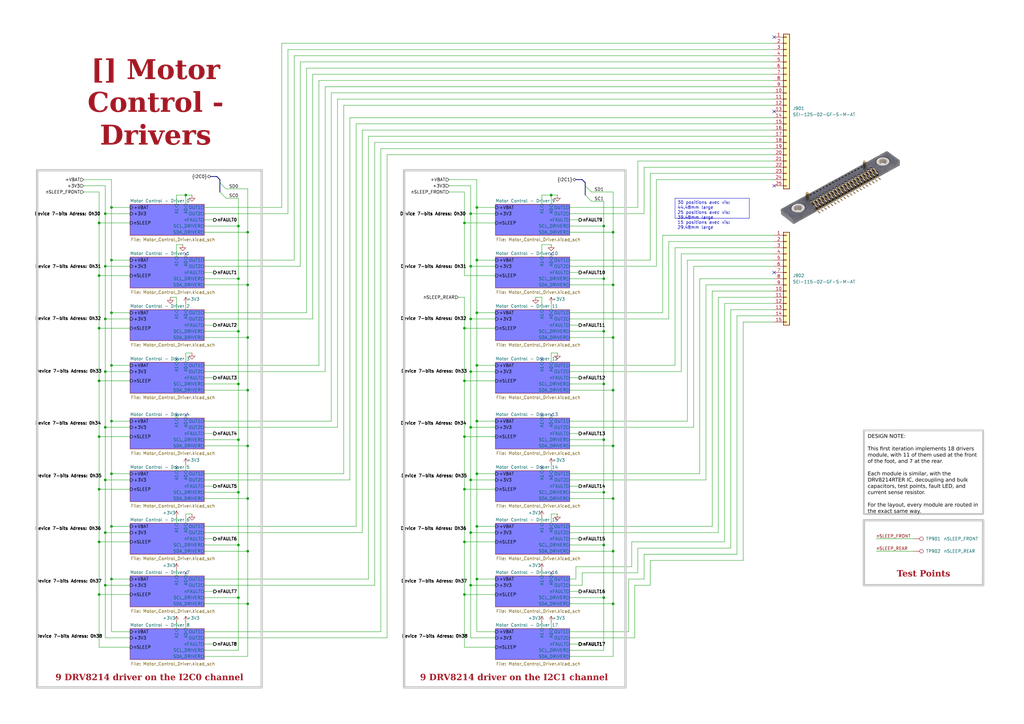
<source format=kicad_sch>
(kicad_sch (version 20250114) (generator "eeschema") (generator_version "9.0")
  (paper "A3")
  (title_block (title "Motor Control - Drivers") (date "2025-02-16") (rev "${REVISION}") (company "${COMPANY}"))
  (bus_alias "I2C0" (members "SD0" "SC0"))
  (bus_alias "I2C1" (members "SD1" "SC1"))
  (rectangle (start 354.33 213.36) (end 403.225 240.03) (stroke (width 1) (color 200 200 200 1)))
  (rectangle (start 15.24 69.85) (end 107.315 281.94) (stroke (width 1) (color 200 200 200 1)))
  (rectangle (start 165.735 69.85) (end 256.54 281.94) (stroke (width 1) (color 200 200 200 1)))
  (text "Device 7-bits Adress: 0h31" (at 177.8 109.474 0) (effects (font (size 1.27 1.27) (thickness 0.254) (bold yes))))
  (text "Device 7-bits Adress: 0h30" (at 177.546 87.884 0) (effects (font (size 1.27 1.27) (thickness 0.254) (bold yes))))
  (text "Device 7-bits Adress: 0h38" (at 178.308 261.112 0) (effects (font (size 1.27 1.27) (thickness 0.254) (bold yes))))
  (text "Device 7-bits Adress: 0h31" (at 27.94 109.474 0) (effects (font (size 1.27 1.27) (thickness 0.254) (bold yes))))
  (text "Device 7-bits Adress: 0h37" (at 178.054 238.506 0) (effects (font (size 1.27 1.27) (thickness 0.254) (bold yes))))
  (text "Device 7-bits Adress: 0h32" (at 27.94 130.81 0) (effects (font (size 1.27 1.27) (thickness 0.254) (bold yes))))
  (text "Device 7-bits Adress: 0h38" (at 28.448 261.112 0) (effects (font (size 1.27 1.27) (thickness 0.254) (bold yes))))
  (text "Device 7-bits Adress: 0h37" (at 28.194 238.506 0) (effects (font (size 1.27 1.27) (thickness 0.254) (bold yes))))
  (text "Device 7-bits Adress: 0h34" (at 27.94 173.736 0) (effects (font (size 1.27 1.27) (thickness 0.254) (bold yes))))
  (text "Device 7-bits Adress: 0h32" (at 177.8 130.81 0) (effects (font (size 1.27 1.27) (thickness 0.254) (bold yes))))
  (text "Device 7-bits Adress: 0h30" (at 27.686 87.884 0) (effects (font (size 1.27 1.27) (thickness 0.254) (bold yes))))
  (text "Device 7-bits Adress: 0h33" (at 178.054 152.4 0) (effects (font (size 1.27 1.27) (thickness 0.254) (bold yes))))
  (text "Device 7-bits Adress: 0h34" (at 177.8 173.736 0) (effects (font (size 1.27 1.27) (thickness 0.254) (bold yes))))
  (text "Device 7-bits Adress: 0h36" (at 177.8 216.916 0) (effects (font (size 1.27 1.27) (thickness 0.254) (bold yes))))
  (text "Device 7-bits Adress: 0h35" (at 28.194 195.326 0) (effects (font (size 1.27 1.27) (thickness 0.254) (bold yes))))
  (text "Device 7-bits Adress: 0h35" (at 178.054 195.326 0) (effects (font (size 1.27 1.27) (thickness 0.254) (bold yes))))
  (text "Device 7-bits Adress: 0h33" (at 28.194 152.4 0) (effects (font (size 1.27 1.27) (thickness 0.254) (bold yes))))
  (text "Device 7-bits Adress: 0h36" (at 27.94 216.916 0) (effects (font (size 1.27 1.27) (thickness 0.254) (bold yes))))
  (text_box "[${#}] ${TITLE}" (at 10.16 36.195 0) (size 107.315 12.7) (margins 5.9999 5.9999 5.9999 5.9999) (stroke (width -0.0001)) (effects (font (size 8 8) (thickness 1.2) (bold yes))))
  (text_box "9 DRV8214 driver on the I2C1 channel" (at 165.735 271.78 0) (size 90.17 9.525) (margins 1.9049 1.9049 1.9049 1.9049) (stroke (width -0.0001)) (effects (font (size 2.54 2.54) (thickness 0.508) (bold yes)) (justify bottom)))
  (text_box "30 positions avec vis: 44.48mm large\n25 positions avec vis: 39.48mm large\n15 positions avec vis: 29.48mm large" (at 276.86 81.28 0) (size 30.48 8.255) (margins 0.9525 0.9525 0.9525 0.9525) (effects (font (size 1.27 1.27)) (justify left top)))
  (text_box "Test Points" (at 354.965 229.87 0) (size 47.625 8.89) (margins 1.9049 1.9049 1.9049 1.9049) (stroke (width -0.0001)) (effects (font (size 2.54 2.54) (thickness 0.508) (bold yes)) (justify bottom)))
  (text_box "9 DRV8214 driver on the I2C0 channel" (at 15.875 271.78 0) (size 90.805 9.525) (margins 1.9049 1.9049 1.9049 1.9049) (stroke (width -0.0001)) (effects (font (size 2.54 2.54) (thickness 0.508) (bold yes)) (justify bottom)))
  (text_box "DESIGN NOTE:\n\nThis first iteration implements 18 drivers module, with 11 of them used at the front of the foot, and 7 at the rear.\n\nEach module is similar, with the DRV8214RTER IC, decoupling and bulk capacitors, test points, fault LED, and current sense resistor.\n\nFor the layout, every module are routed in the exact same way." (at 354.33 176.53 0) (size 48.895 34.29) (margins 1.543 1.543 1.543 1.543) (stroke (width 0.8) (color 200 200 200 1)) (effects (font (size 1.524 1.524)) (justify left top)))
  (junction (at 76.2 80.01))
  (junction (at 43.18 109.22))
  (junction (at 40.64 222.25))
  (junction (at 45.72 194.31))
  (junction (at 251.46 204.47))
  (junction (at 97.79 201.93))
  (junction (at 45.72 149.86))
  (junction (at 43.18 152.4))
  (junction (at 45.72 128.27))
  (junction (at 247.65 245.11))
  (junction (at 251.46 138.43))
  (junction (at 45.72 106.68))
  (junction (at 101.6 247.65))
  (junction (at 195.58 106.68))
  (junction (at 247.65 114.3))
  (junction (at 101.6 204.47))
  (junction (at 193.04 218.44))
  (junction (at 101.6 160.02))
  (junction (at 43.18 218.44))
  (junction (at 40.64 91.44))
  (junction (at 190.5 222.25))
  (junction (at 40.64 179.07))
  (junction (at 195.58 149.86))
  (junction (at 195.58 128.27))
  (junction (at 97.79 135.89))
  (junction (at 247.65 157.48))
  (junction (at 97.79 114.3))
  (junction (at 251.46 226.06))
  (junction (at 193.04 109.22))
  (junction (at 101.6 116.84))
  (junction (at 40.64 113.03))
  (junction (at 193.04 130.81))
  (junction (at 97.79 223.52))
  (junction (at 45.72 215.9))
  (junction (at 190.5 243.84))
  (junction (at 101.6 226.06))
  (junction (at 97.79 157.48))
  (junction (at 247.65 92.71))
  (junction (at 43.18 87.63))
  (junction (at 101.6 138.43))
  (junction (at 190.5 179.07))
  (junction (at 195.58 215.9))
  (junction (at 195.58 237.49))
  (junction (at 247.65 201.93))
  (junction (at 97.79 180.34))
  (junction (at 190.5 91.44))
  (junction (at 43.18 196.85))
  (junction (at 251.46 160.02))
  (junction (at 193.04 175.26))
  (junction (at 247.65 180.34))
  (junction (at 195.58 172.72))
  (junction (at 40.64 243.84))
  (junction (at 247.65 223.52))
  (junction (at 101.6 182.88))
  (junction (at 190.5 156.21))
  (junction (at 195.58 194.31))
  (junction (at 190.5 200.66))
  (junction (at 40.64 156.21))
  (junction (at 43.18 240.03))
  (junction (at 226.06 80.01))
  (junction (at 251.46 182.88))
  (junction (at 251.46 116.84))
  (junction (at 193.04 152.4))
  (junction (at 195.58 85.09))
  (junction (at 193.04 196.85))
  (junction (at 97.79 245.11))
  (junction (at 40.64 134.62))
  (junction (at 247.65 135.89))
  (junction (at 251.46 247.65))
  (junction (at 43.18 175.26))
  (junction (at 193.04 240.03))
  (junction (at 251.46 95.25))
  (junction (at 40.64 200.66))
  (junction (at 97.79 92.71))
  (junction (at 45.72 237.49))
  (junction (at 45.72 172.72))
  (junction (at 101.6 95.25))
  (junction (at 190.5 134.62))
  (junction (at 45.72 85.09))
  (junction (at 43.18 130.81))
  (junction (at 193.04 87.63))
  (no_connect (at 72.39 191.77))
  (no_connect (at 317.5 15.24))
  (no_connect (at 76.2 104.14))
  (no_connect (at 72.39 147.32))
  (no_connect (at 72.39 170.18))
  (no_connect (at 317.5 76.2))
  (no_connect (at 222.25 147.32))
  (no_connect (at 76.2 234.95))
  (no_connect (at 226.06 170.18))
  (no_connect (at 317.5 111.76))
  (no_connect (at 226.06 104.14))
  (no_connect (at 226.06 234.95))
  (no_connect (at 76.2 170.18))
  (no_connect (at 222.25 170.18))
  (no_connect (at 222.25 191.77))
  (no_connect (at 317.5 45.72))
  (bus_entry (at 242.57 78.74) (size -2.54 -2.54))
  (bus_entry (at 90.17 74.93) (size 2.54 2.54))
  (bus_entry (at 92.71 81.28) (size -2.54 -2.54))
  (bus_entry (at 242.57 82.55) (size -2.54 -2.54))
  (wire (pts (xy 233.68 226.06) (xy 251.46 226.06)))
  (bus (pts (xy 240.03 76.2) (xy 240.03 80.01)))
  (wire (pts (xy 233.68 245.11) (xy 247.65 245.11)))
  (wire (pts (xy 45.72 259.08) (xy 53.34 259.08)))
  (wire (pts (xy 222.25 170.18) (xy 222.25 171.45)))
  (wire (pts (xy 83.82 215.9) (xy 146.05 215.9)))
  (wire (pts (xy 279.4 104.14) (xy 279.4 152.4)))
  (wire (pts (xy 195.58 259.08) (xy 203.2 259.08)))
  (wire (pts (xy 72.39 255.27) (xy 72.39 257.81)))
  (wire (pts (xy 304.8 132.08) (xy 304.8 229.87)))
  (wire (pts (xy 233.68 223.52) (xy 247.65 223.52)))
  (wire (pts (xy 123.19 25.4) (xy 123.19 109.22)))
  (wire (pts (xy 133.35 35.56) (xy 133.35 152.4)))
  (wire (pts (xy 146.05 50.8) (xy 146.05 215.9)))
  (wire (pts (xy 233.68 182.88) (xy 251.46 182.88)))
  (wire (pts (xy 271.78 96.52) (xy 317.5 96.52)))
  (wire (pts (xy 83.82 109.22) (xy 123.19 109.22)))
  (wire (pts (xy 233.68 237.49) (xy 236.22 237.49)))
  (wire (pts (xy 45.72 106.68) (xy 53.34 106.68)))
  (wire (pts (xy 226.06 80.01) (xy 226.06 83.82)))
  (wire (pts (xy 233.68 264.16) (xy 237.49 264.16)))
  (wire (pts (xy 83.82 223.52) (xy 97.79 223.52)))
  (wire (pts (xy 297.18 124.46) (xy 297.18 222.25)))
  (wire (pts (xy 274.32 99.06) (xy 274.32 130.81)))
  (wire (pts (xy 158.75 63.5) (xy 317.5 63.5)))
  (wire (pts (xy 83.82 226.06) (xy 101.6 226.06)))
  (wire (pts (xy 233.68 128.27) (xy 271.78 128.27)))
  (wire (pts (xy 40.64 78.74) (xy 40.64 91.44)))
  (wire (pts (xy 128.27 30.48) (xy 128.27 130.81)))
  (wire (pts (xy 151.13 55.88) (xy 317.5 55.88)))
  (wire (pts (xy 233.68 220.98) (xy 237.49 220.98)))
  (wire (pts (xy 226.06 144.78) (xy 228.6 144.78)))
  (wire (pts (xy 40.64 134.62) (xy 53.34 134.62)))
  (wire (pts (xy 40.64 179.07) (xy 40.64 200.66)))
  (wire (pts (xy 40.64 91.44) (xy 40.64 113.03)))
  (wire (pts (xy 83.82 87.63) (xy 118.11 87.63)))
  (wire (pts (xy 195.58 149.86) (xy 203.2 149.86)))
  (wire (pts (xy 130.81 33.02) (xy 317.5 33.02)))
  (wire (pts (xy 222.25 100.33) (xy 222.25 105.41)))
  (wire (pts (xy 101.6 204.47) (xy 101.6 226.06)))
  (wire (pts (xy 193.04 130.81) (xy 193.04 152.4)))
  (wire (pts (xy 233.68 90.17) (xy 237.49 90.17)))
  (wire (pts (xy 115.57 17.78) (xy 317.5 17.78)))
  (wire (pts (xy 195.58 73.66) (xy 195.58 85.09)))
  (wire (pts (xy 83.82 220.98) (xy 87.63 220.98)))
  (wire (pts (xy 92.71 81.28) (xy 97.79 81.28)))
  (wire (pts (xy 292.1 119.38) (xy 317.5 119.38)))
  (wire (pts (xy 247.65 180.34) (xy 247.65 201.93)))
  (wire (pts (xy 193.04 130.81) (xy 203.2 130.81)))
  (wire (pts (xy 158.75 63.5) (xy 158.75 261.62)))
  (wire (pts (xy 76.2 210.82) (xy 78.74 210.82)))
  (wire (pts (xy 233.68 109.22) (xy 269.24 109.22)))
  (wire (pts (xy 233.68 87.63) (xy 264.16 87.63)))
  (wire (pts (xy 247.65 92.71) (xy 247.65 114.3)))
  (wire (pts (xy 260.35 240.03) (xy 266.7 240.03)))
  (wire (pts (xy 130.81 33.02) (xy 130.81 149.86)))
  (wire (pts (xy 125.73 27.94) (xy 317.5 27.94)))
  (wire (pts (xy 40.64 243.84) (xy 53.34 243.84)))
  (wire (pts (xy 222.25 80.01) (xy 222.25 83.82)))
  (wire (pts (xy 190.5 243.84) (xy 203.2 243.84)))
  (wire (pts (xy 187.96 121.92) (xy 190.5 121.92)))
  (wire (pts (xy 233.68 85.09) (xy 261.62 85.09)))
  (wire (pts (xy 222.25 121.92) (xy 222.25 127)))
  (wire (pts (xy 45.72 128.27) (xy 53.34 128.27)))
  (wire (pts (xy 97.79 114.3) (xy 97.79 135.89)))
  (wire (pts (xy 233.68 154.94) (xy 237.49 154.94)))
  (wire (pts (xy 226.06 210.82) (xy 228.6 210.82)))
  (wire (pts (xy 135.89 38.1) (xy 135.89 172.72)))
  (wire (pts (xy 101.6 182.88) (xy 101.6 204.47)))
  (wire (pts (xy 83.82 116.84) (xy 101.6 116.84)))
  (wire (pts (xy 43.18 175.26) (xy 53.34 175.26)))
  (wire (pts (xy 233.68 196.85) (xy 289.56 196.85)))
  (wire (pts (xy 222.25 212.09) (xy 222.25 214.63)))
  (wire (pts (xy 97.79 92.71) (xy 97.79 114.3)))
  (wire (pts (xy 193.04 109.22) (xy 193.04 130.81)))
  (wire (pts (xy 78.74 80.01) (xy 76.2 80.01)))
  (bus (pts (xy 90.17 73.66) (xy 88.9 72.39)))
  (wire (pts (xy 247.65 223.52) (xy 247.65 245.11)))
  (wire (pts (xy 226.06 234.95) (xy 226.06 236.22)))
  (wire (pts (xy 83.82 218.44) (xy 148.59 218.44)))
  (wire (pts (xy 261.62 66.04) (xy 261.62 85.09)))
  (wire (pts (xy 83.82 157.48) (xy 97.79 157.48)))
  (wire (pts (xy 72.39 80.01) (xy 76.2 80.01)))
  (wire (pts (xy 193.04 261.62) (xy 203.2 261.62)))
  (wire (pts (xy 43.18 196.85) (xy 43.18 218.44)))
  (wire (pts (xy 83.82 111.76) (xy 87.63 111.76)))
  (wire (pts (xy 120.65 22.86) (xy 120.65 106.68)))
  (wire (pts (xy 233.68 133.35) (xy 237.49 133.35)))
  (wire (pts (xy 193.04 152.4) (xy 193.04 175.26)))
  (wire (pts (xy 294.64 121.92) (xy 294.64 218.44)))
  (wire (pts (xy 233.68 180.34) (xy 247.65 180.34)))
  (wire (pts (xy 83.82 242.57) (xy 87.63 242.57)))
  (wire (pts (xy 226.06 144.78) (xy 226.06 148.59)))
  (wire (pts (xy 193.04 218.44) (xy 203.2 218.44)))
  (wire (pts (xy 118.11 20.32) (xy 118.11 87.63)))
  (wire (pts (xy 193.04 240.03) (xy 203.2 240.03)))
  (wire (pts (xy 233.68 149.86) (xy 276.86 149.86)))
  (wire (pts (xy 83.82 196.85) (xy 143.51 196.85)))
  (wire (pts (xy 45.72 237.49) (xy 45.72 259.08)))
  (wire (pts (xy 40.64 243.84) (xy 40.64 265.43)))
  (wire (pts (xy 195.58 106.68) (xy 195.58 128.27)))
  (wire (pts (xy 251.46 226.06) (xy 251.46 247.65)))
  (wire (pts (xy 146.05 50.8) (xy 317.5 50.8)))
  (wire (pts (xy 83.82 269.24) (xy 101.6 269.24)))
  (wire (pts (xy 233.68 247.65) (xy 251.46 247.65)))
  (wire (pts (xy 45.72 215.9) (xy 53.34 215.9)))
  (wire (pts (xy 190.5 179.07) (xy 203.2 179.07)))
  (wire (pts (xy 43.18 130.81) (xy 43.18 152.4)))
  (wire (pts (xy 233.68 259.08) (xy 257.81 259.08)))
  (wire (pts (xy 190.5 113.03) (xy 203.2 113.03)))
  (wire (pts (xy 233.68 106.68) (xy 266.7 106.68)))
  (wire (pts (xy 233.68 92.71) (xy 247.65 92.71)))
  (wire (pts (xy 281.94 106.68) (xy 317.5 106.68)))
  (wire (pts (xy 40.64 179.07) (xy 53.34 179.07)))
  (wire (pts (xy 222.25 121.92) (xy 219.71 121.92)))
  (wire (pts (xy 304.8 132.08) (xy 317.5 132.08)))
  (wire (pts (xy 123.19 25.4) (xy 317.5 25.4)))
  (wire (pts (xy 247.65 114.3) (xy 247.65 135.89)))
  (wire (pts (xy 195.58 85.09) (xy 195.58 106.68)))
  (wire (pts (xy 259.08 222.25) (xy 259.08 232.41)))
  (wire (pts (xy 45.72 106.68) (xy 45.72 128.27)))
  (wire (pts (xy 259.08 222.25) (xy 297.18 222.25)))
  (wire (pts (xy 40.64 134.62) (xy 40.64 156.21)))
  (wire (pts (xy 43.18 152.4) (xy 43.18 175.26)))
  (wire (pts (xy 251.46 182.88) (xy 251.46 204.47)))
  (wire (pts (xy 233.68 269.24) (xy 251.46 269.24)))
  (wire (pts (xy 302.26 129.54) (xy 302.26 227.33)))
  (wire (pts (xy 238.76 234.95) (xy 238.76 240.03)))
  (wire (pts (xy 257.81 237.49) (xy 264.16 237.49)))
  (wire (pts (xy 101.6 247.65) (xy 101.6 269.24)))
  (wire (pts (xy 193.04 196.85) (xy 193.04 218.44)))
  (wire (pts (xy 287.02 114.3) (xy 317.5 114.3)))
  (wire (pts (xy 190.5 156.21) (xy 203.2 156.21)))
  (wire (pts (xy 83.82 149.86) (xy 130.81 149.86)))
  (wire (pts (xy 233.68 111.76) (xy 237.49 111.76)))
  (wire (pts (xy 233.68 204.47) (xy 251.46 204.47)))
  (wire (pts (xy 45.72 237.49) (xy 53.34 237.49)))
  (wire (pts (xy 43.18 218.44) (xy 53.34 218.44)))
  (wire (pts (xy 193.04 218.44) (xy 193.04 240.03)))
  (wire (pts (xy 97.79 135.89) (xy 97.79 157.48)))
  (wire (pts (xy 193.04 196.85) (xy 203.2 196.85)))
  (wire (pts (xy 195.58 215.9) (xy 195.58 237.49)))
  (wire (pts (xy 83.82 180.34) (xy 97.79 180.34)))
  (wire (pts (xy 193.04 152.4) (xy 203.2 152.4)))
  (wire (pts (xy 269.24 73.66) (xy 317.5 73.66)))
  (wire (pts (xy 40.64 265.43) (xy 53.34 265.43)))
  (wire (pts (xy 226.06 190.5) (xy 226.06 193.04)))
  (wire (pts (xy 238.76 234.95) (xy 261.62 234.95)))
  (wire (pts (xy 76.2 210.82) (xy 76.2 214.63)))
  (wire (pts (xy 135.89 38.1) (xy 317.5 38.1)))
  (wire (pts (xy 97.79 223.52) (xy 97.79 245.11)))
  (wire (pts (xy 261.62 224.79) (xy 299.72 224.79)))
  (wire (pts (xy 83.82 172.72) (xy 135.89 172.72)))
  (wire (pts (xy 193.04 87.63) (xy 203.2 87.63)))
  (wire (pts (xy 247.65 82.55) (xy 247.65 92.71)))
  (wire (pts (xy 101.6 95.25) (xy 101.6 116.84)))
  (wire (pts (xy 299.72 127) (xy 299.72 224.79)))
  (wire (pts (xy 195.58 237.49) (xy 195.58 259.08)))
  (wire (pts (xy 359.41 220.98) (xy 374.65 220.98)))
  (wire (pts (xy 264.16 68.58) (xy 264.16 87.63)))
  (wire (pts (xy 284.48 109.22) (xy 284.48 175.26)))
  (wire (pts (xy 83.82 259.08) (xy 156.21 259.08)))
  (wire (pts (xy 226.06 170.18) (xy 226.06 171.45)))
  (wire (pts (xy 195.58 215.9) (xy 203.2 215.9)))
  (wire (pts (xy 190.5 243.84) (xy 190.5 265.43)))
  (wire (pts (xy 72.39 100.33) (xy 72.39 105.41)))
  (wire (pts (xy 233.68 95.25) (xy 251.46 95.25)))
  (wire (pts (xy 34.29 78.74) (xy 40.64 78.74)))
  (wire (pts (xy 251.46 204.47) (xy 251.46 226.06)))
  (wire (pts (xy 193.04 240.03) (xy 193.04 261.62)))
  (wire (pts (xy 72.39 233.68) (xy 72.39 236.22)))
  (wire (pts (xy 190.5 222.25) (xy 203.2 222.25)))
  (wire (pts (xy 83.82 154.94) (xy 87.63 154.94)))
  (wire (pts (xy 292.1 119.38) (xy 292.1 215.9)))
  (wire (pts (xy 247.65 201.93) (xy 247.65 223.52)))
  (wire (pts (xy 43.18 109.22) (xy 43.18 130.81)))
  (wire (pts (xy 83.82 138.43) (xy 101.6 138.43)))
  (wire (pts (xy 195.58 106.68) (xy 203.2 106.68)))
  (wire (pts (xy 43.18 152.4) (xy 53.34 152.4)))
  (wire (pts (xy 92.71 77.47) (xy 101.6 77.47)))
  (wire (pts (xy 83.82 152.4) (xy 133.35 152.4)))
  (wire (pts (xy 156.21 60.96) (xy 317.5 60.96)))
  (wire (pts (xy 264.16 227.33) (xy 264.16 237.49)))
  (wire (pts (xy 83.82 92.71) (xy 97.79 92.71)))
  (wire (pts (xy 125.73 27.94) (xy 125.73 128.27)))
  (wire (pts (xy 222.25 233.68) (xy 222.25 236.22)))
  (wire (pts (xy 233.68 199.39) (xy 237.49 199.39)))
  (wire (pts (xy 279.4 104.14) (xy 317.5 104.14)))
  (wire (pts (xy 45.72 149.86) (xy 53.34 149.86)))
  (wire (pts (xy 45.72 194.31) (xy 53.34 194.31)))
  (wire (pts (xy 266.7 71.12) (xy 266.7 106.68)))
  (wire (pts (xy 83.82 177.8) (xy 87.63 177.8)))
  (wire (pts (xy 257.81 237.49) (xy 257.81 259.08)))
  (wire (pts (xy 359.41 226.06) (xy 374.65 226.06)))
  (wire (pts (xy 233.68 261.62) (xy 260.35 261.62)))
  (wire (pts (xy 72.39 121.92) (xy 69.85 121.92)))
  (wire (pts (xy 76.2 144.78) (xy 78.74 144.78)))
  (wire (pts (xy 195.58 128.27) (xy 203.2 128.27)))
  (wire (pts (xy 195.58 237.49) (xy 203.2 237.49)))
  (wire (pts (xy 228.6 80.01) (xy 226.06 80.01)))
  (wire (pts (xy 195.58 172.72) (xy 195.58 194.31)))
  (wire (pts (xy 115.57 17.78) (xy 115.57 85.09)))
  (wire (pts (xy 242.57 82.55) (xy 247.65 82.55)))
  (wire (pts (xy 76.2 190.5) (xy 76.2 193.04)))
  (wire (pts (xy 233.68 160.02) (xy 251.46 160.02)))
  (wire (pts (xy 281.94 106.68) (xy 281.94 172.72)))
  (wire (pts (xy 261.62 224.79) (xy 261.62 234.95)))
  (wire (pts (xy 274.32 99.06) (xy 317.5 99.06)))
  (wire (pts (xy 43.18 109.22) (xy 53.34 109.22)))
  (wire (pts (xy 266.7 71.12) (xy 317.5 71.12)))
  (wire (pts (xy 190.5 222.25) (xy 190.5 243.84)))
  (wire (pts (xy 45.72 215.9) (xy 45.72 237.49)))
  (wire (pts (xy 40.64 91.44) (xy 53.34 91.44)))
  (wire (pts (xy 190.5 156.21) (xy 190.5 179.07)))
  (wire (pts (xy 45.72 194.31) (xy 45.72 215.9)))
  (wire (pts (xy 101.6 138.43) (xy 101.6 160.02)))
  (wire (pts (xy 251.46 95.25) (xy 251.46 116.84)))
  (wire (pts (xy 45.72 85.09) (xy 45.72 106.68)))
  (wire (pts (xy 222.25 80.01) (xy 226.06 80.01)))
  (wire (pts (xy 190.5 200.66) (xy 203.2 200.66)))
  (wire (pts (xy 128.27 30.48) (xy 317.5 30.48)))
  (wire (pts (xy 226.06 210.82) (xy 226.06 214.63)))
  (wire (pts (xy 153.67 58.42) (xy 153.67 240.03)))
  (wire (pts (xy 193.04 175.26) (xy 203.2 175.26)))
  (wire (pts (xy 83.82 201.93) (xy 97.79 201.93)))
  (wire (pts (xy 72.39 147.32) (xy 72.39 148.59)))
  (wire (pts (xy 40.64 222.25) (xy 53.34 222.25)))
  (wire (pts (xy 190.5 179.07) (xy 190.5 200.66)))
  (bus (pts (xy 240.03 74.93) (xy 240.03 76.2)))
  (wire (pts (xy 83.82 240.03) (xy 153.67 240.03)))
  (wire (pts (xy 45.72 172.72) (xy 53.34 172.72)))
  (wire (pts (xy 97.79 81.28) (xy 97.79 92.71)))
  (wire (pts (xy 233.68 175.26) (xy 284.48 175.26)))
  (wire (pts (xy 233.68 152.4) (xy 279.4 152.4)))
  (wire (pts (xy 101.6 226.06) (xy 101.6 247.65)))
  (wire (pts (xy 140.97 43.18) (xy 317.5 43.18)))
  (wire (pts (xy 222.25 147.32) (xy 222.25 148.59)))
  (wire (pts (xy 156.21 60.96) (xy 156.21 259.08)))
  (wire (pts (xy 43.18 175.26) (xy 43.18 196.85)))
  (bus (pts (xy 90.17 73.66) (xy 90.17 74.93)))
  (wire (pts (xy 190.5 91.44) (xy 190.5 113.03)))
  (wire (pts (xy 83.82 130.81) (xy 128.27 130.81)))
  (wire (pts (xy 222.25 255.27) (xy 222.25 257.81)))
  (wire (pts (xy 76.2 170.18) (xy 76.2 171.45)))
  (wire (pts (xy 195.58 149.86) (xy 195.58 172.72)))
  (wire (pts (xy 193.04 76.2) (xy 193.04 87.63)))
  (wire (pts (xy 226.06 104.14) (xy 226.06 105.41)))
  (wire (pts (xy 289.56 116.84) (xy 289.56 196.85)))
  (wire (pts (xy 261.62 66.04) (xy 317.5 66.04)))
  (wire (pts (xy 83.82 182.88) (xy 101.6 182.88)))
  (wire (pts (xy 148.59 53.34) (xy 148.59 218.44)))
  (wire (pts (xy 76.2 124.46) (xy 76.2 127)))
  (wire (pts (xy 184.15 78.74) (xy 190.5 78.74)))
  (wire (pts (xy 83.82 135.89) (xy 97.79 135.89)))
  (wire (pts (xy 195.58 194.31) (xy 203.2 194.31)))
  (wire (pts (xy 83.82 90.17) (xy 87.63 90.17)))
  (wire (pts (xy 233.68 114.3) (xy 247.65 114.3)))
  (wire (pts (xy 151.13 55.88) (xy 151.13 237.49)))
  (wire (pts (xy 299.72 127) (xy 317.5 127)))
  (wire (pts (xy 45.72 172.72) (xy 45.72 194.31)))
  (wire (pts (xy 118.11 20.32) (xy 317.5 20.32)))
  (wire (pts (xy 153.67 58.42) (xy 317.5 58.42)))
  (wire (pts (xy 271.78 96.52) (xy 271.78 128.27)))
  (wire (pts (xy 43.18 87.63) (xy 53.34 87.63)))
  (wire (pts (xy 233.68 116.84) (xy 251.46 116.84)))
  (bus (pts (xy 88.9 72.39) (xy 86.36 72.39)))
  (wire (pts (xy 83.82 85.09) (xy 115.57 85.09)))
  (wire (pts (xy 133.35 35.56) (xy 317.5 35.56)))
  (wire (pts (xy 83.82 261.62) (xy 158.75 261.62)))
  (wire (pts (xy 195.58 194.31) (xy 195.58 215.9)))
  (wire (pts (xy 190.5 78.74) (xy 190.5 91.44)))
  (wire (pts (xy 40.64 156.21) (xy 40.64 179.07)))
  (wire (pts (xy 83.82 245.11) (xy 97.79 245.11)))
  (wire (pts (xy 236.22 232.41) (xy 236.22 237.49)))
  (bus (pts (xy 240.03 74.93) (xy 238.76 73.66)))
  (wire (pts (xy 269.24 73.66) (xy 269.24 109.22)))
  (wire (pts (xy 233.68 177.8) (xy 237.49 177.8)))
  (wire (pts (xy 289.56 116.84) (xy 317.5 116.84)))
  (wire (pts (xy 276.86 101.6) (xy 276.86 149.86)))
  (wire (pts (xy 76.2 234.95) (xy 76.2 236.22)))
  (wire (pts (xy 266.7 229.87) (xy 266.7 240.03)))
  (wire (pts (xy 233.68 138.43) (xy 251.46 138.43)))
  (wire (pts (xy 97.79 201.93) (xy 97.79 223.52)))
  (wire (pts (xy 83.82 106.68) (xy 120.65 106.68)))
  (wire (pts (xy 190.5 265.43) (xy 203.2 265.43)))
  (wire (pts (xy 43.18 87.63) (xy 43.18 109.22)))
  (wire (pts (xy 83.82 237.49) (xy 151.13 237.49)))
  (wire (pts (xy 43.18 261.62) (xy 53.34 261.62)))
  (wire (pts (xy 34.29 73.66) (xy 45.72 73.66)))
  (wire (pts (xy 72.39 191.77) (xy 72.39 193.04)))
  (wire (pts (xy 40.64 113.03) (xy 40.64 134.62)))
  (wire (pts (xy 184.15 73.66) (xy 195.58 73.66)))
  (wire (pts (xy 193.04 87.63) (xy 193.04 109.22)))
  (wire (pts (xy 233.68 201.93) (xy 247.65 201.93)))
  (wire (pts (xy 190.5 200.66) (xy 190.5 222.25)))
  (wire (pts (xy 297.18 124.46) (xy 317.5 124.46)))
  (wire (pts (xy 40.64 156.21) (xy 53.34 156.21)))
  (wire (pts (xy 83.82 95.25) (xy 101.6 95.25)))
  (wire (pts (xy 76.2 255.27) (xy 76.2 257.81)))
  (wire (pts (xy 72.39 212.09) (xy 72.39 214.63)))
  (wire (pts (xy 195.58 172.72) (xy 203.2 172.72)))
  (wire (pts (xy 97.79 180.34) (xy 97.79 201.93)))
  (wire (pts (xy 233.68 240.03) (xy 238.76 240.03)))
  (wire (pts (xy 302.26 129.54) (xy 317.5 129.54)))
  (wire (pts (xy 43.18 218.44) (xy 43.18 240.03)))
  (wire (pts (xy 222.25 191.77) (xy 222.25 193.04)))
  (wire (pts (xy 184.15 76.2) (xy 193.04 76.2)))
  (bus (pts (xy 238.76 73.66) (xy 236.22 73.66)))
  (wire (pts (xy 190.5 134.62) (xy 203.2 134.62)))
  (wire (pts (xy 83.82 133.35) (xy 87.63 133.35)))
  (wire (pts (xy 45.72 73.66) (xy 45.72 85.09)))
  (wire (pts (xy 83.82 204.47) (xy 101.6 204.47)))
  (wire (pts (xy 294.64 121.92) (xy 317.5 121.92)))
  (wire (pts (xy 83.82 266.7) (xy 97.79 266.7)))
  (wire (pts (xy 83.82 194.31) (xy 140.97 194.31)))
  (wire (pts (xy 138.43 40.64) (xy 317.5 40.64)))
  (wire (pts (xy 76.2 104.14) (xy 76.2 105.41)))
  (wire (pts (xy 72.39 80.01) (xy 72.39 83.82)))
  (wire (pts (xy 251.46 138.43) (xy 251.46 160.02)))
  (wire (pts (xy 233.68 194.31) (xy 287.02 194.31)))
  (wire (pts (xy 97.79 157.48) (xy 97.79 180.34)))
  (wire (pts (xy 72.39 100.33) (xy 74.93 100.33)))
  (bus (pts (xy 90.17 74.93) (xy 90.17 78.74)))
  (wire (pts (xy 260.35 240.03) (xy 260.35 261.62)))
  (wire (pts (xy 190.5 134.62) (xy 190.5 156.21)))
  (wire (pts (xy 43.18 196.85) (xy 53.34 196.85)))
  (wire (pts (xy 233.68 215.9) (xy 292.1 215.9)))
  (wire (pts (xy 45.72 85.09) (xy 53.34 85.09)))
  (wire (pts (xy 83.82 160.02) (xy 101.6 160.02)))
  (wire (pts (xy 264.16 68.58) (xy 317.5 68.58)))
  (wire (pts (xy 233.68 266.7) (xy 247.65 266.7)))
  (wire (pts (xy 193.04 175.26) (xy 193.04 196.85)))
  (wire (pts (xy 193.04 109.22) (xy 203.2 109.22)))
  (wire (pts (xy 83.82 264.16) (xy 87.63 264.16)))
  (wire (pts (xy 34.29 76.2) (xy 43.18 76.2)))
  (wire (pts (xy 83.82 175.26) (xy 138.43 175.26)))
  (wire (pts (xy 76.2 80.01) (xy 76.2 83.82)))
  (wire (pts (xy 148.59 53.34) (xy 317.5 53.34)))
  (wire (pts (xy 97.79 245.11) (xy 97.79 266.7)))
  (wire (pts (xy 83.82 128.27) (xy 125.73 128.27)))
  (wire (pts (xy 233.68 242.57) (xy 237.49 242.57)))
  (wire (pts (xy 40.64 113.03) (xy 53.34 113.03)))
  (wire (pts (xy 236.22 232.41) (xy 259.08 232.41)))
  (wire (pts (xy 233.68 172.72) (xy 281.94 172.72)))
  (wire (pts (xy 247.65 157.48) (xy 247.65 180.34)))
  (wire (pts (xy 266.7 229.87) (xy 304.8 229.87)))
  (wire (pts (xy 251.46 78.74) (xy 251.46 95.25)))
  (wire (pts (xy 247.65 135.89) (xy 247.65 157.48)))
  (wire (pts (xy 195.58 128.27) (xy 195.58 149.86)))
  (wire (pts (xy 276.86 101.6) (xy 317.5 101.6)))
  (wire (pts (xy 40.64 222.25) (xy 40.64 243.84)))
  (wire (pts (xy 43.18 76.2) (xy 43.18 87.63)))
  (wire (pts (xy 45.72 128.27) (xy 45.72 149.86)))
  (wire (pts (xy 76.2 144.78) (xy 76.2 148.59)))
  (wire (pts (xy 45.72 149.86) (xy 45.72 172.72)))
  (wire (pts (xy 222.25 100.33) (xy 226.06 100.33)))
  (wire (pts (xy 233.68 130.81) (xy 274.32 130.81)))
  (wire (pts (xy 43.18 130.81) (xy 53.34 130.81)))
  (wire (pts (xy 190.5 91.44) (xy 203.2 91.44)))
  (wire (pts (xy 226.06 255.27) (xy 226.06 257.81)))
  (wire (pts (xy 247.65 245.11) (xy 247.65 266.7)))
  (wire (pts (xy 195.58 85.09) (xy 203.2 85.09)))
  (wire (pts (xy 40.64 200.66) (xy 53.34 200.66)))
  (wire (pts (xy 233.68 218.44) (xy 294.64 218.44)))
  (wire (pts (xy 101.6 160.02) (xy 101.6 182.88)))
  (wire (pts (xy 140.97 43.18) (xy 140.97 194.31)))
  (wire (pts (xy 190.5 121.92) (xy 190.5 134.62)))
  (wire (pts (xy 143.51 48.26) (xy 143.51 196.85)))
  (wire (pts (xy 101.6 77.47) (xy 101.6 95.25)))
  (wire (pts (xy 251.46 116.84) (xy 251.46 138.43)))
  (wire (pts (xy 251.46 160.02) (xy 251.46 182.88)))
  (wire (pts (xy 72.39 121.92) (xy 72.39 127)))
  (wire (pts (xy 251.46 247.65) (xy 251.46 269.24)))
  (wire (pts (xy 83.82 199.39) (xy 87.63 199.39)))
  (wire (pts (xy 43.18 240.03) (xy 43.18 261.62)))
  (wire (pts (xy 242.57 78.74) (xy 251.46 78.74)))
  (wire (pts (xy 43.18 240.03) (xy 53.34 240.03)))
  (wire (pts (xy 264.16 227.33) (xy 302.26 227.33)))
  (wire (pts (xy 287.02 114.3) (xy 287.02 194.31)))
  (wire (pts (xy 143.51 48.26) (xy 317.5 48.26)))
  (wire (pts (xy 83.82 247.65) (xy 101.6 247.65)))
  (wire (pts (xy 233.68 157.48) (xy 247.65 157.48)))
  (wire (pts (xy 72.39 170.18) (xy 72.39 171.45)))
  (wire (pts (xy 83.82 114.3) (xy 97.79 114.3)))
  (wire (pts (xy 233.68 135.89) (xy 247.65 135.89)))
  (wire (pts (xy 101.6 116.84) (xy 101.6 138.43)))
  (wire (pts (xy 138.43 40.64) (xy 138.43 175.26)))
  (wire (pts (xy 226.06 124.46) (xy 226.06 127)))
  (wire (pts (xy 120.65 22.86) (xy 317.5 22.86)))
  (wire (pts (xy 284.48 109.22) (xy 317.5 109.22)))
  (wire (pts (xy 40.64 200.66) (xy 40.64 222.25)))
  (image (at 345.44 76.835) (scale 0.197684))
  (label "SC0" (at 97.79 81.28 180))
  (label "SD0" (at 97.79 77.47 180))
  (label "nSLEEP_REAR" (at 359.41 226.06 0))
  (label "SC1" (at 247.65 82.55 180))
  (label "SD1" (at 247.65 78.74 180))
  (label "nSLEEP_FRONT" (at 359.41 220.98 0))
  (hierarchical_label "nSLEEP_FRONT" (shape input) (at 34.29 78.74 180))
  (hierarchical_label "nFAULT8" (shape output) (at 87.63 264.16 0) (effects (font (thickness 0.254) (bold yes))))
  (hierarchical_label "+VBAT" (shape input) (at 184.15 73.66 180))
  (hierarchical_label "nSLEEP_FRONT" (shape input) (at 184.15 78.74 180))
  (hierarchical_label "nFAULT13" (shape output) (at 237.49 177.8 0) (effects (font (thickness 0.254) (bold yes))))
  (hierarchical_label "nFAULT17" (shape output) (at 237.49 264.16 0) (effects (font (thickness 0.254) (bold yes))))
  (hierarchical_label "{I2C1}" (shape bidirectional) (at 236.22 73.66 180))
  (hierarchical_label "nFAULT0" (shape output) (at 87.63 90.17 0) (effects (font (thickness 0.254) (bold yes))))
  (hierarchical_label "nFAULT5" (shape output) (at 87.63 199.39 0) (effects (font (thickness 0.254) (bold yes))))
  (hierarchical_label "nFAULT12" (shape output) (at 237.49 154.94 0) (effects (font (thickness 0.254) (bold yes))))
  (hierarchical_label "{I2C0}" (shape bidirectional) (at 86.36 72.39 180))
  (hierarchical_label "nFAULT17" (shape output) (at 237.49 264.16 0) (effects (font (thickness 0.254) (bold yes))))
  (hierarchical_label "nFAULT2" (shape output) (at 87.63 133.35 0) (effects (font (thickness 0.254) (bold yes))))
  (hierarchical_label "nFAULT16" (shape output) (at 237.49 242.57 0) (effects (font (thickness 0.254) (bold yes))))
  (hierarchical_label "nSLEEP_REAR" (shape input) (at 187.96 121.92 180))
  (hierarchical_label "nFAULT4" (shape output) (at 87.63 177.8 0) (effects (font (thickness 0.254) (bold yes))))
  (hierarchical_label "nFAULT3" (shape output) (at 87.63 154.94 0) (effects (font (thickness 0.254) (bold yes))))
  (hierarchical_label "nFAULT6" (shape output) (at 87.63 220.98 0) (effects (font (thickness 0.254) (bold yes))))
  (hierarchical_label "+3V3" (shape input) (at 184.15 76.2 180))
  (hierarchical_label "nFAULT14" (shape output) (at 237.49 199.39 0) (effects (font (thickness 0.254) (bold yes))))
  (hierarchical_label "nFAULT11" (shape output) (at 237.49 133.35 0) (effects (font (thickness 0.254) (bold yes))))
  (hierarchical_label "nFAULT10" (shape output) (at 237.49 111.76 0) (effects (font (thickness 0.254) (bold yes))))
  (hierarchical_label "nFAULT1" (shape output) (at 87.63 111.76 0) (effects (font (thickness 0.254) (bold yes))))
  (hierarchical_label "nFAULT7" (shape output) (at 87.63 242.57 0) (effects (font (thickness 0.254) (bold yes))))
  (hierarchical_label "+VBAT" (shape input) (at 34.29 73.66 180))
  (hierarchical_label "nFAULT9" (shape output) (at 237.49 90.17 0) (effects (font (thickness 0.254) (bold yes))))
  (hierarchical_label "+3V3" (shape input) (at 34.29 76.2 180))
  (hierarchical_label "nFAULT15" (shape output) (at 237.49 220.98 0) (effects (font (thickness 0.254) (bold yes))))
  (symbol (lib_id "power:+3V3") (at 72.39 233.68 0) (unit 1)
    (property "Reference" "#PWR0917" (effects (hide yes)))
    (property "Value" "+3V3" (at 69.342 231.902 0))
    (property "Description" "Power symbol creates a global label with name \"+3V3\"" (effects (hide yes)))
  )
  (symbol (lib_id "power:GND") (at 78.74 80.01 0) (unit 1)
    (property "Reference" "#PWR0901" (effects (hide yes)))
    (property "Value" "GND" (effects (hide yes)))
    (property "Description" "Power symbol creates a global label with name \"GND\" , ground" (effects (hide yes)))
  )
  (symbol (lib_id "power:GND") (at 78.74 144.78 0) (unit 1)
    (property "Reference" "#PWR0909" (effects (hide yes)))
    (property "Value" "GND" (effects (hide yes)))
    (property "Description" "Power symbol creates a global label with name \"GND\" , ground" (effects (hide yes)))
  )
  (symbol (lib_id "Connector_Generic:Conn_01x15") (at 322.58 114.3 0) (unit 1) (in_bom no)
    (property "Reference" "J902" (at 325.12 113.03 0) (effects (justify left)))
    (property "Value" "SEI-115-02-GF-S-M-AT" (at 325.12 115.57 0) (effects (justify left)))
    (property "Footprint" "0_Plume:SAMTEC_SEI-115-02-GF-S-M-AT" (effects (hide yes)))
    (property "Datasheet" "https://suddendocs.samtec.com/catalog_english/sei.pdf" (effects (hide yes)))
    (property "Description" "Board to Board & Mezzanine Connectors 1.00 mm Single Row One-Piece Interface" (effects (hide yes)))
    (property "Manufacturer" "Samtec" (effects (hide yes)))
    (property "Manufacturer Part Number" "SEI-115-02-GF-S-M-AT" (effects (hide yes)))
    (property "Supplier" "Samtec" (effects (hide yes)))
    (property "Supplier Part Number" "SEI-115-02-GF-S-M-AT" (effects (hide yes)))
  )
  (symbol (lib_id "power:GND") (at 219.71 121.92 0) (unit 1)
    (property "Reference" "#PWR0906" (effects (hide yes)))
    (property "Value" "GND" (effects (hide yes)))
    (property "Description" "Power symbol creates a global label with name \"GND\" , ground" (effects (hide yes)))
  )
  (symbol (lib_id "power:GND") (at 69.85 121.92 0) (unit 1)
    (property "Reference" "#PWR0905" (effects (hide yes)))
    (property "Value" "GND" (effects (hide yes)))
    (property "Description" "Power symbol creates a global label with name \"GND\" , ground" (effects (hide yes)))
  )
  (symbol (lib_id "power:+3V3") (at 222.25 233.68 0) (unit 1)
    (property "Reference" "#PWR0918" (effects (hide yes)))
    (property "Value" "+3V3" (at 219.202 231.902 0))
    (property "Description" "Power symbol creates a global label with name \"+3V3\"" (effects (hide yes)))
  )
  (symbol (lib_id "power:GND") (at 74.93 100.33 0) (unit 1)
    (property "Reference" "#PWR0903" (effects (hide yes)))
    (property "Value" "GND" (effects (hide yes)))
    (property "Description" "Power symbol creates a global label with name \"GND\" , ground" (effects (hide yes)))
  )
  (symbol (lib_id "power:+3V3") (at 226.06 255.27 0) (mirror y) (unit 1)
    (property "Reference" "#PWR0922" (effects (hide yes)))
    (property "Value" "+3V3" (at 229.108 253.492 0))
    (property "Description" "Power symbol creates a global label with name \"+3V3\"" (effects (hide yes)))
  )
  (symbol (lib_id "Connector_Generic:Conn_01x25") (at 322.58 45.72 0) (unit 1) (in_bom no)
    (property "Reference" "J901" (at 325.12 44.45 0) (effects (justify left)))
    (property "Value" "SEI-125-02-GF-S-M-AT" (at 325.12 46.99 0) (effects (justify left)))
    (property "Footprint" "0_Plume:SAMTEC_SEI-125-02-GF-S-M-AT" (effects (hide yes)))
    (property "Datasheet" "https://suddendocs.samtec.com/catalog_english/sei.pdf" (effects (hide yes)))
    (property "Description" "Board to Board & Mezzanine Connectors 1.00 mm Single Row One-Piece Interface" (effects (hide yes)))
    (property "Manufacturer" "Samtec" (effects (hide yes)))
    (property "Manufacturer Part Number" "SEI-125-02-GF-S-M-AT" (effects (hide yes)))
    (property "Supplier" "Samtec" (effects (hide yes)))
    (property "Supplier Part Number" "SEI-125-02-GF-S-M-AT" (effects (hide yes)))
  )
  (symbol (lib_id "power:GND") (at 226.06 100.33 0) (unit 1)
    (property "Reference" "#PWR0904" (effects (hide yes)))
    (property "Value" "GND" (effects (hide yes)))
    (property "Description" "Power symbol creates a global label with name \"GND\" , ground" (effects (hide yes)))
  )
  (symbol (lib_id "power:+3V3") (at 226.06 190.5 0) (mirror y) (unit 1)
    (property "Reference" "#PWR0912" (effects (hide yes)))
    (property "Value" "+3V3" (at 229.108 188.722 0))
    (property "Description" "Power symbol creates a global label with name \"+3V3\"" (effects (hide yes)))
  )
  (symbol (lib_id "power:+3V3") (at 226.06 124.46 0) (mirror y) (unit 1)
    (property "Reference" "#PWR0908" (effects (hide yes)))
    (property "Value" "+3V3" (at 229.108 122.682 0))
    (property "Description" "Power symbol creates a global label with name \"+3V3\"" (effects (hide yes)))
  )
  (symbol (lib_id "power:+3V3") (at 72.39 212.09 0) (unit 1)
    (property "Reference" "#PWR0915" (effects (hide yes)))
    (property "Value" "+3V3" (at 69.342 210.312 0))
    (property "Description" "Power symbol creates a global label with name \"+3V3\"" (effects (hide yes)))
  )
  (symbol (lib_id "power:+3V3") (at 76.2 255.27 0) (mirror y) (unit 1)
    (property "Reference" "#PWR0920" (effects (hide yes)))
    (property "Value" "+3V3" (at 79.248 253.492 0))
    (property "Description" "Power symbol creates a global label with name \"+3V3\"" (effects (hide yes)))
  )
  (symbol (lib_id "power:GND") (at 78.74 210.82 0) (unit 1)
    (property "Reference" "#PWR0913" (effects (hide yes)))
    (property "Value" "GND" (effects (hide yes)))
    (property "Description" "Power symbol creates a global label with name \"GND\" , ground" (effects (hide yes)))
  )
  (symbol (lib_id "power:GND") (at 228.6 80.01 0) (unit 1)
    (property "Reference" "#PWR0902" (effects (hide yes)))
    (property "Value" "GND" (effects (hide yes)))
    (property "Description" "Power symbol creates a global label with name \"GND\" , ground" (effects (hide yes)))
  )
  (symbol (lib_id "power:GND") (at 228.6 144.78 0) (unit 1)
    (property "Reference" "#PWR0910" (effects (hide yes)))
    (property "Value" "GND" (effects (hide yes)))
    (property "Description" "Power symbol creates a global label with name \"GND\" , ground" (effects (hide yes)))
  )
  (symbol (lib_id "power:+3V3") (at 222.25 255.27 0) (unit 1)
    (property "Reference" "#PWR0921" (effects (hide yes)))
    (property "Value" "+3V3" (at 219.202 253.492 0))
    (property "Description" "Power symbol creates a global label with name \"+3V3\"" (effects (hide yes)))
  )
  (symbol (lib_id "Connector:TestPoint") (at 374.65 226.06 270) (mirror x) (unit 1) (in_bom no)
    (property "Reference" "TP902" (at 379.73 226.06 90) (effects (justify left)))
    (property "Value" "nSLEEP_REAR" (at 387.096 226.06 90) (effects (justify left)))
    (property "Footprint" "0_Plume:TestPoint_Pad_D0.5mm_Back" (effects (hide yes)))
    (property "Description" "test point" (effects (hide yes)))
  )
  (symbol (lib_id "power:+3V3") (at 76.2 124.46 0) (mirror y) (unit 1)
    (property "Reference" "#PWR0907" (effects (hide yes)))
    (property "Value" "+3V3" (at 79.248 122.682 0))
    (property "Description" "Power symbol creates a global label with name \"+3V3\"" (effects (hide yes)))
  )
  (symbol (lib_id "Connector:TestPoint") (at 374.65 220.98 270) (mirror x) (unit 1) (in_bom no)
    (property "Reference" "TP901" (at 379.73 220.98 90) (effects (justify left)))
    (property "Value" "nSLEEP_FRONT" (at 387.096 220.98 90) (effects (justify left)))
    (property "Footprint" "0_Plume:TestPoint_Pad_D0.5mm_Back" (effects (hide yes)))
    (property "Description" "test point" (effects (hide yes)))
  )
  (symbol (lib_id "power:GND") (at 228.6 210.82 0) (unit 1)
    (property "Reference" "#PWR0914" (effects (hide yes)))
    (property "Value" "GND" (effects (hide yes)))
    (property "Description" "Power symbol creates a global label with name \"GND\" , ground" (effects (hide yes)))
  )
  (symbol (lib_id "power:+3V3") (at 76.2 190.5 0) (mirror y) (unit 1)
    (property "Reference" "#PWR0911" (effects (hide yes)))
    (property "Value" "+3V3" (at 79.248 188.722 0))
    (property "Description" "Power symbol creates a global label with name \"+3V3\"" (effects (hide yes)))
  )
  (symbol (lib_id "power:+3V3") (at 222.25 212.09 0) (unit 1)
    (property "Reference" "#PWR0916" (effects (hide yes)))
    (property "Value" "+3V3" (at 219.202 210.312 0))
    (property "Description" "Power symbol creates a global label with name \"+3V3\"" (effects (hide yes)))
  )
  (symbol (lib_id "power:+3V3") (at 72.39 255.27 0) (unit 1)
    (property "Reference" "#PWR0919" (effects (hide yes)))
    (property "Value" "+3V3" (at 69.342 253.492 0))
    (property "Description" "Power symbol creates a global label with name \"+3V3\"" (effects (hide yes)))
  )
  (sheet (at 203.2 193.04) (size 30.48 12.7) (stroke (width 0.1524)) (fill (color 0 0 255 0.5000))
    (property "Sheetname" "Motor Control - Driver 14" (at 203.2 192.3284 0) (effects (justify left bottom)))
    (property "Sheetfile" "Motor_Control_Driver.kicad_sch" (at 203.454 206.756 0) (effects (justify left top)))
    (pin "+VBAT" input (at 203.2 194.31 180))
    (pin "A0" input (at 226.06 193.04 90))
    (pin "A1" input (at 222.25 193.04 90))
    (pin "nSLEEP" input (at 203.2 200.66 180))
    (pin "+3V3" input (at 203.2 196.85 180))
    (pin "SCL_DRIVER" output (at 233.68 201.93 0))
    (pin "SDA_DRIVER" output (at 233.68 204.47 0))
    (pin "OUT1" output (at 233.68 194.31 0))
    (pin "OUT2" output (at 233.68 196.85 0))
    (pin "nFAULT" output (at 233.68 199.39 0))
  )
  (sheet (at 203.2 148.59) (size 30.48 12.7) (stroke (width 0.1524)) (fill (color 0 0 255 0.5000))
    (property "Sheetname" "Motor Control - Driver 12" (at 203.2 147.8784 0) (effects (justify left bottom)))
    (property "Sheetfile" "Motor_Control_Driver.kicad_sch" (at 203.454 162.306 0) (effects (justify left top)))
    (pin "+VBAT" input (at 203.2 149.86 180))
    (pin "A0" input (at 226.06 148.59 90))
    (pin "A1" input (at 222.25 148.59 90))
    (pin "nSLEEP" input (at 203.2 156.21 180))
    (pin "+3V3" input (at 203.2 152.4 180))
    (pin "SCL_DRIVER" output (at 233.68 157.48 0))
    (pin "SDA_DRIVER" output (at 233.68 160.02 0))
    (pin "OUT1" output (at 233.68 149.86 0))
    (pin "OUT2" output (at 233.68 152.4 0))
    (pin "nFAULT" output (at 233.68 154.94 0))
  )
  (sheet (at 203.2 236.22) (size 30.48 12.7) (stroke (width 0.1524)) (fill (color 0 0 255 0.5000))
    (property "Sheetname" "Motor Control - Driver 16" (at 203.2 235.5084 0) (effects (justify left bottom)))
    (property "Sheetfile" "Motor_Control_Driver.kicad_sch" (at 203.454 249.936 0) (effects (justify left top)))
    (pin "+VBAT" input (at 203.2 237.49 180))
    (pin "A0" input (at 226.06 236.22 90))
    (pin "A1" input (at 222.25 236.22 90))
    (pin "nSLEEP" input (at 203.2 243.84 180))
    (pin "+3V3" input (at 203.2 240.03 180))
    (pin "SCL_DRIVER" output (at 233.68 245.11 0))
    (pin "SDA_DRIVER" output (at 233.68 247.65 0))
    (pin "OUT1" output (at 233.68 237.49 0))
    (pin "OUT2" output (at 233.68 240.03 0))
    (pin "nFAULT" output (at 233.68 242.57 0))
  )
  (sheet (at 53.34 83.82) (size 30.48 12.7) (stroke (width 0.1524)) (fill (color 0 0 255 0.5000))
    (property "Sheetname" "Motor Control - Driver 0" (at 53.34 83.1084 0) (effects (justify left bottom)))
    (property "Sheetfile" "Motor_Control_Driver.kicad_sch" (at 53.594 97.536 0) (effects (justify left top)))
    (pin "+VBAT" input (at 53.34 85.09 180))
    (pin "A0" input (at 76.2 83.82 90))
    (pin "A1" input (at 72.39 83.82 90))
    (pin "nSLEEP" input (at 53.34 91.44 180))
    (pin "+3V3" input (at 53.34 87.63 180))
    (pin "SCL_DRIVER" output (at 83.82 92.71 0))
    (pin "SDA_DRIVER" output (at 83.82 95.25 0))
    (pin "OUT1" output (at 83.82 85.09 0))
    (pin "OUT2" output (at 83.82 87.63 0))
    (pin "nFAULT" output (at 83.82 90.17 0))
  )
  (sheet (at 203.2 257.81) (size 30.48 12.7) (stroke (width 0.1524)) (fill (color 0 0 255 0.5000))
    (property "Sheetname" "Motor Control - Driver 17" (at 203.2 257.0984 0) (effects (justify left bottom)))
    (property "Sheetfile" "Motor_Control_Driver.kicad_sch" (at 203.454 271.526 0) (effects (justify left top)))
    (pin "+VBAT" input (at 203.2 259.08 180))
    (pin "A0" input (at 226.06 257.81 90))
    (pin "A1" input (at 222.25 257.81 90))
    (pin "nSLEEP" input (at 203.2 265.43 180))
    (pin "+3V3" input (at 203.2 261.62 180))
    (pin "SCL_DRIVER" output (at 233.68 266.7 0))
    (pin "SDA_DRIVER" output (at 233.68 269.24 0))
    (pin "OUT1" output (at 233.68 259.08 0))
    (pin "OUT2" output (at 233.68 261.62 0))
    (pin "nFAULT" output (at 233.68 264.16 0))
  )
  (sheet (at 53.34 127) (size 30.48 12.7) (stroke (width 0.1524)) (fill (color 0 0 255 0.5000))
    (property "Sheetname" "Motor Control - Driver 2" (at 53.34 126.2884 0) (effects (justify left bottom)))
    (property "Sheetfile" "Motor_Control_Driver.kicad_sch" (at 53.594 140.716 0) (effects (justify left top)))
    (pin "+VBAT" input (at 53.34 128.27 180))
    (pin "A0" input (at 76.2 127 90))
    (pin "A1" input (at 72.39 127 90))
    (pin "nSLEEP" input (at 53.34 134.62 180))
    (pin "+3V3" input (at 53.34 130.81 180))
    (pin "SCL_DRIVER" output (at 83.82 135.89 0))
    (pin "SDA_DRIVER" output (at 83.82 138.43 0))
    (pin "OUT1" output (at 83.82 128.27 0))
    (pin "OUT2" output (at 83.82 130.81 0))
    (pin "nFAULT" output (at 83.82 133.35 0))
  )
  (sheet (at 203.2 105.41) (size 30.48 12.7) (stroke (width 0.1524)) (fill (color 0 0 255 0.5000))
    (property "Sheetname" "Motor Control - Driver 10" (at 203.2 104.6984 0) (effects (justify left bottom)))
    (property "Sheetfile" "Motor_Control_Driver.kicad_sch" (at 203.454 119.126 0) (effects (justify left top)))
    (pin "+VBAT" input (at 203.2 106.68 180))
    (pin "A0" input (at 226.06 105.41 90))
    (pin "A1" input (at 222.25 105.41 90))
    (pin "nSLEEP" input (at 203.2 113.03 180))
    (pin "+3V3" input (at 203.2 109.22 180))
    (pin "SCL_DRIVER" output (at 233.68 114.3 0))
    (pin "SDA_DRIVER" output (at 233.68 116.84 0))
    (pin "OUT1" output (at 233.68 106.68 0))
    (pin "OUT2" output (at 233.68 109.22 0))
    (pin "nFAULT" output (at 233.68 111.76 0))
  )
  (sheet (at 53.34 171.45) (size 30.48 12.7) (stroke (width 0.1524)) (fill (color 0 0 255 0.5000))
    (property "Sheetname" "Motor Control - Driver 4" (at 53.34 170.7384 0) (effects (justify left bottom)))
    (property "Sheetfile" "Motor_Control_Driver.kicad_sch" (at 53.594 185.166 0) (effects (justify left top)))
    (pin "+VBAT" input (at 53.34 172.72 180))
    (pin "A0" input (at 76.2 171.45 90))
    (pin "A1" input (at 72.39 171.45 90))
    (pin "nSLEEP" input (at 53.34 179.07 180))
    (pin "+3V3" input (at 53.34 175.26 180))
    (pin "SCL_DRIVER" output (at 83.82 180.34 0))
    (pin "SDA_DRIVER" output (at 83.82 182.88 0))
    (pin "OUT1" output (at 83.82 172.72 0))
    (pin "OUT2" output (at 83.82 175.26 0))
    (pin "nFAULT" output (at 83.82 177.8 0))
  )
  (sheet (at 53.34 236.22) (size 30.48 12.7) (stroke (width 0.1524)) (fill (color 0 0 255 0.5000))
    (property "Sheetname" "Motor Control - Driver 7" (at 53.34 235.5084 0) (effects (justify left bottom)))
    (property "Sheetfile" "Motor_Control_Driver.kicad_sch" (at 53.594 249.936 0) (effects (justify left top)))
    (pin "+VBAT" input (at 53.34 237.49 180))
    (pin "A0" input (at 76.2 236.22 90))
    (pin "A1" input (at 72.39 236.22 90))
    (pin "nSLEEP" input (at 53.34 243.84 180))
    (pin "+3V3" input (at 53.34 240.03 180))
    (pin "SCL_DRIVER" output (at 83.82 245.11 0))
    (pin "SDA_DRIVER" output (at 83.82 247.65 0))
    (pin "OUT1" output (at 83.82 237.49 0))
    (pin "OUT2" output (at 83.82 240.03 0))
    (pin "nFAULT" output (at 83.82 242.57 0))
  )
  (sheet (at 203.2 214.63) (size 30.48 12.7) (stroke (width 0.1524)) (fill (color 0 0 255 0.5000))
    (property "Sheetname" "Motor Control - Driver 15" (at 203.2 213.9184 0) (effects (justify left bottom)))
    (property "Sheetfile" "Motor_Control_Driver.kicad_sch" (at 203.454 228.346 0) (effects (justify left top)))
    (pin "+VBAT" input (at 203.2 215.9 180))
    (pin "A0" input (at 226.06 214.63 90))
    (pin "A1" input (at 222.25 214.63 90))
    (pin "nSLEEP" input (at 203.2 222.25 180))
    (pin "+3V3" input (at 203.2 218.44 180))
    (pin "SCL_DRIVER" output (at 233.68 223.52 0))
    (pin "SDA_DRIVER" output (at 233.68 226.06 0))
    (pin "OUT1" output (at 233.68 215.9 0))
    (pin "OUT2" output (at 233.68 218.44 0))
    (pin "nFAULT" output (at 233.68 220.98 0))
  )
  (sheet (at 53.34 193.04) (size 30.48 12.7) (stroke (width 0.1524)) (fill (color 0 0 255 0.5000))
    (property "Sheetname" "Motor Control - Driver 5" (at 53.34 192.3284 0) (effects (justify left bottom)))
    (property "Sheetfile" "Motor_Control_Driver.kicad_sch" (at 53.594 206.756 0) (effects (justify left top)))
    (pin "+VBAT" input (at 53.34 194.31 180))
    (pin "A0" input (at 76.2 193.04 90))
    (pin "A1" input (at 72.39 193.04 90))
    (pin "nSLEEP" input (at 53.34 200.66 180))
    (pin "+3V3" input (at 53.34 196.85 180))
    (pin "SCL_DRIVER" output (at 83.82 201.93 0))
    (pin "SDA_DRIVER" output (at 83.82 204.47 0))
    (pin "OUT1" output (at 83.82 194.31 0))
    (pin "OUT2" output (at 83.82 196.85 0))
    (pin "nFAULT" output (at 83.82 199.39 0))
  )
  (sheet (at 53.34 257.81) (size 30.48 12.7) (stroke (width 0.1524)) (fill (color 0 0 255 0.5000))
    (property "Sheetname" "Motor Control - Driver 8" (at 53.34 257.0984 0) (effects (justify left bottom)))
    (property "Sheetfile" "Motor_Control_Driver.kicad_sch" (at 53.594 271.526 0) (effects (justify left top)))
    (pin "+VBAT" input (at 53.34 259.08 180))
    (pin "A0" input (at 76.2 257.81 90))
    (pin "A1" input (at 72.39 257.81 90))
    (pin "nSLEEP" input (at 53.34 265.43 180))
    (pin "+3V3" input (at 53.34 261.62 180))
    (pin "SCL_DRIVER" output (at 83.82 266.7 0))
    (pin "SDA_DRIVER" output (at 83.82 269.24 0))
    (pin "OUT1" output (at 83.82 259.08 0))
    (pin "OUT2" output (at 83.82 261.62 0))
    (pin "nFAULT" output (at 83.82 264.16 0))
  )
  (sheet (at 203.2 171.45) (size 30.48 12.7) (stroke (width 0.1524)) (fill (color 0 0 255 0.5000))
    (property "Sheetname" "Motor Control - Driver 13" (at 203.2 170.7384 0) (effects (justify left bottom)))
    (property "Sheetfile" "Motor_Control_Driver.kicad_sch" (at 203.454 185.166 0) (effects (justify left top)))
    (pin "+VBAT" input (at 203.2 172.72 180))
    (pin "A0" input (at 226.06 171.45 90))
    (pin "A1" input (at 222.25 171.45 90))
    (pin "nSLEEP" input (at 203.2 179.07 180))
    (pin "+3V3" input (at 203.2 175.26 180))
    (pin "SCL_DRIVER" output (at 233.68 180.34 0))
    (pin "SDA_DRIVER" output (at 233.68 182.88 0))
    (pin "OUT1" output (at 233.68 172.72 0))
    (pin "OUT2" output (at 233.68 175.26 0))
    (pin "nFAULT" output (at 233.68 177.8 0))
  )
  (sheet (at 203.2 83.82) (size 30.48 12.7) (stroke (width 0.1524)) (fill (color 0 0 255 0.5000))
    (property "Sheetname" "Motor Control - Driver 9" (at 203.2 83.1084 0) (effects (justify left bottom)))
    (property "Sheetfile" "Motor_Control_Driver.kicad_sch" (at 203.454 97.536 0) (effects (justify left top)))
    (pin "+VBAT" input (at 203.2 85.09 180))
    (pin "A0" input (at 226.06 83.82 90))
    (pin "A1" input (at 222.25 83.82 90))
    (pin "nSLEEP" input (at 203.2 91.44 180))
    (pin "+3V3" input (at 203.2 87.63 180))
    (pin "SCL_DRIVER" output (at 233.68 92.71 0))
    (pin "SDA_DRIVER" output (at 233.68 95.25 0))
    (pin "OUT1" output (at 233.68 85.09 0))
    (pin "OUT2" output (at 233.68 87.63 0))
    (pin "nFAULT" output (at 233.68 90.17 0))
  )
  (sheet (at 203.2 127) (size 30.48 12.7) (stroke (width 0.1524)) (fill (color 0 0 255 0.5000))
    (property "Sheetname" "Motor Control - Driver 11" (at 203.2 126.2884 0) (effects (justify left bottom)))
    (property "Sheetfile" "Motor_Control_Driver.kicad_sch" (at 203.454 140.716 0) (effects (justify left top)))
    (pin "+VBAT" input (at 203.2 128.27 180))
    (pin "A0" input (at 226.06 127 90))
    (pin "A1" input (at 222.25 127 90))
    (pin "nSLEEP" input (at 203.2 134.62 180))
    (pin "+3V3" input (at 203.2 130.81 180))
    (pin "SCL_DRIVER" output (at 233.68 135.89 0))
    (pin "SDA_DRIVER" output (at 233.68 138.43 0))
    (pin "OUT1" output (at 233.68 128.27 0))
    (pin "OUT2" output (at 233.68 130.81 0))
    (pin "nFAULT" output (at 233.68 133.35 0))
  )
  (sheet (at 53.34 214.63) (size 30.48 12.7) (stroke (width 0.1524)) (fill (color 0 0 255 0.5000))
    (property "Sheetname" "Motor Control - Driver 6" (at 53.34 213.9184 0) (effects (justify left bottom)))
    (property "Sheetfile" "Motor_Control_Driver.kicad_sch" (at 53.594 228.346 0) (effects (justify left top)))
    (pin "+VBAT" input (at 53.34 215.9 180))
    (pin "A0" input (at 76.2 214.63 90))
    (pin "A1" input (at 72.39 214.63 90))
    (pin "nSLEEP" input (at 53.34 222.25 180))
    (pin "+3V3" input (at 53.34 218.44 180))
    (pin "SCL_DRIVER" output (at 83.82 223.52 0))
    (pin "SDA_DRIVER" output (at 83.82 226.06 0))
    (pin "OUT1" output (at 83.82 215.9 0))
    (pin "OUT2" output (at 83.82 218.44 0))
    (pin "nFAULT" output (at 83.82 220.98 0))
  )
  (sheet (at 53.34 148.59) (size 30.48 12.7) (stroke (width 0.1524)) (fill (color 0 0 255 0.5000))
    (property "Sheetname" "Motor Control - Driver 3" (at 53.34 147.8784 0) (effects (justify left bottom)))
    (property "Sheetfile" "Motor_Control_Driver.kicad_sch" (at 53.594 162.306 0) (effects (justify left top)))
    (pin "+VBAT" input (at 53.34 149.86 180))
    (pin "A0" input (at 76.2 148.59 90))
    (pin "A1" input (at 72.39 148.59 90))
    (pin "nSLEEP" input (at 53.34 156.21 180))
    (pin "+3V3" input (at 53.34 152.4 180))
    (pin "SCL_DRIVER" output (at 83.82 157.48 0))
    (pin "SDA_DRIVER" output (at 83.82 160.02 0))
    (pin "OUT1" output (at 83.82 149.86 0))
    (pin "OUT2" output (at 83.82 152.4 0))
    (pin "nFAULT" output (at 83.82 154.94 0))
  )
  (sheet (at 53.34 105.41) (size 30.48 12.7) (stroke (width 0.1524)) (fill (color 0 0 255 0.5000))
    (property "Sheetname" "Motor Control - Driver 1" (at 53.34 104.6984 0) (effects (justify left bottom)))
    (property "Sheetfile" "Motor_Control_Driver.kicad_sch" (at 53.594 119.126 0) (effects (justify left top)))
    (pin "+VBAT" input (at 53.34 106.68 180))
    (pin "A0" input (at 76.2 105.41 90))
    (pin "A1" input (at 72.39 105.41 90))
    (pin "nSLEEP" input (at 53.34 113.03 180))
    (pin "+3V3" input (at 53.34 109.22 180))
    (pin "SCL_DRIVER" output (at 83.82 114.3 0))
    (pin "SDA_DRIVER" output (at 83.82 116.84 0))
    (pin "OUT1" output (at 83.82 106.68 0))
    (pin "OUT2" output (at 83.82 109.22 0))
    (pin "nFAULT" output (at 83.82 111.76 0))
  )
)
</source>
